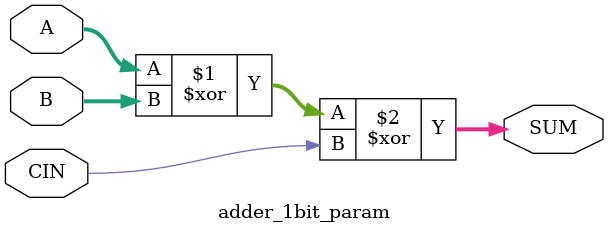
<source format=v>

module adder_1bit_param #
(
  parameter WIDTH = 8
)
(
  input [WIDTH-1:0] A,
  input [WIDTH-1:0] B,
  input CIN,
  output [WIDTH-1:0] SUM
);

  assign SUM = A ^ B ^ CIN;

endmodule

</source>
